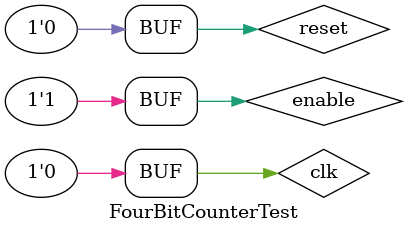
<source format=v>
`timescale 1ns / 1ps


module FourBitCounterTest;

	// Inputs
	reg enable;
	reg clk;
	reg reset;

	// Outputs
	wire [7:0] out;

	// Instantiate the Unit Under Test (UUT)
	FourBitCounter uut (
		.out(out), 
		.enable(enable), 
		.clk(clk), 
		.reset(reset)
	);

	initial begin
		// Initialize Inputs
		enable = 1;
		clk = 0;
		reset = 1;
	
		// Wait 100 ns for global reset to finish
		#100;
        
		// Add stimulus here
		
		
		#100; clk=1;
		#100; clk=0; reset = 1;
		
		#100; clk=1;reset = 0;
		#100; clk=0;
		
		#100; clk=1;
		#100; clk=0;
		#100; clk=1;
		#100; clk=0;

	end
      
endmodule


</source>
